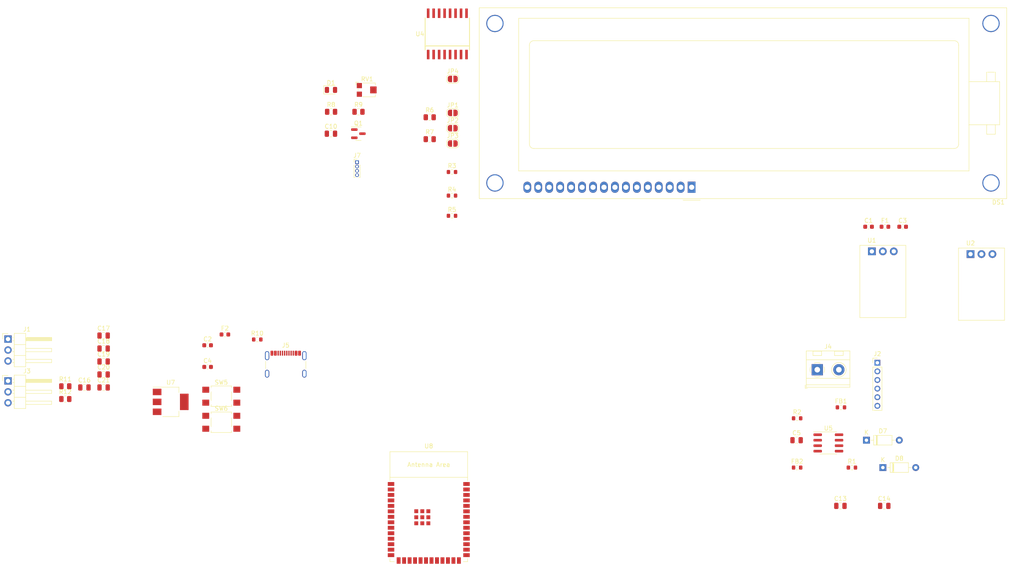
<source format=kicad_pcb>
(kicad_pcb (version 20221018) (generator pcbnew)
  (layers (0 "F.Cu" signal) (31 "B.Cu" signal) (34 "B.Paste" user) (35 "F.Paste" user) (36 "B.SilkS" user "B.Silkscreen") (37 "F.SilkS" user "F.Silkscreen") (38 "B.Mask" user) (39 "F.Mask" user) (44 "Edge.Cuts" user))
  (net 0 "")
  (net 1 "GND")
  (net 2 "V_ALL+")
  (net 3 "+3.3V")
  (net 4 "+5V")
  (net 5 "Net-(U5-T+)")
  (net 6 "Net-(U5-T-)")
  (net 7 "+3V3")
  (net 8 "Net-(U8-EN)")
  (net 9 "Net-(U8-GPIO0)")
  (net 10 "Net-(D1-A)")
  (net 11 "TC_sck")
  (net 12 "Net-(D7-A)")
  (net 13 "TC_cs")
  (net 14 "Net-(D8-A)")
  (net 15 "Net-(DS1-LEDK)")
  (net 16 "Net-(DS1-LEDA)")
  (net 17 "Net-(DS1-Vo)")
  (net 18 "Net-(DS1-RS)")
  (net 19 "Net-(DS1-R{slash}~{W})")
  (net 20 "Net-(DS1-E)")
  (net 25 "Net-(DS1-DB4)")
  (net 26 "Net-(DS1-DB5)")
  (net 27 "Net-(DS1-DB6)")
  (net 28 "Net-(DS1-DB7)")
  (net 29 "Net-(U1-OUT)")
  (net 30 "Net-(U2-OUT)")
  (net 31 "Net-(J4-Pin_1)")
  (net 32 "Net-(J4-Pin_2)")
  (net 33 "RELAY_COIL")
  (net 34 "TC_so")
  (net 36 "RELAY_FAN")
  (net 37 "Net-(J5-CC1)")
  (net 38 "Net-(J5-CC2)")
  (net 39 "LCD_scl")
  (net 40 "LCD_sda")
  (net 41 "Net-(JP1-B)")
  (net 42 "Net-(JP2-B)")
  (net 43 "Net-(JP3-B)")
  (net 44 "Net-(Q1-B)")
  (net 45 "/D+")
  (net 46 "/D-")
  (footprint "Resistor_SMD:R_0805_2012Metric" (layer "F.Cu") (at 145.1375 48.26)
    (fp_text reference "R7" (at 0 -1.65) (layer "F.SilkS"))
    (fp_text value "4.7k")
    (pad "1" smd roundrect (at -0.9125 0) (size 1.025 1.4) (layers "F.Cu" "F.Paste" "F.Mask") (roundrect_rratio 0.243902) (net 4 "+5V"))
    (pad "2" smd roundrect (at 0.9125 0) (size 1.025 1.4) (layers "F.Cu" "F.Paste" "F.Mask") (roundrect_rratio 0.243902) (net 40 "LCD_sda"))
  )
  (footprint "Resistor_SMD:R_0603_1608Metric" (layer "F.Cu") (at 240.475 110.49)
    (fp_text reference "FB1" (at 0 -1.43) (layer "F.SilkS"))
    (fp_text value "FerriteBead_Small")
    (pad "1" smd roundrect (at -0.825 0) (size 0.8 0.95) (layers "F.Cu" "F.Paste" "F.Mask") (net 31 "Net-(J4-Pin_1)"))
    (pad "2" smd roundrect (at 0.825 0) (size 0.8 0.95) (layers "F.Cu" "F.Paste" "F.Mask") (net 6 "Net-(U5-T-)"))
  )
  (footprint "ESP32-S2-SOLO-U-N4R2:ESP32-S2-SOLO" (layer "F.Cu") (at 144.92 136.53)
    (fp_text reference "U8" (at 0 -17.05) (layer "F.SilkS"))
    (fp_text value "ESP32-S2-SOLO")
    (fp_text user "Antenna Area" (at 0 -12.75) (layer "F.SilkS"))
    (pad "1" smd rect (at -8.75 -8.26) (size 1.5 0.9) (layers "F.Cu" "F.Paste" "F.Mask") (net 1 "GND"))
    (pad "2" smd rect (at -8.75 -6.99) (size 1.5 0.9) (layers "F.Cu" "F.Paste" "F.Mask") (net 3 "+3.3V"))
    (pad "3" smd rect (at -8.75 -5.72) (size 1.5 0.9) (layers "F.Cu" "F.Paste" "F.Mask") (net 8 "Net-(U8-EN)"))
    (pad "4" smd rect (at -8.75 -4.45) (size 1.5 0.9) (layers "F.Cu" "F.Paste" "F.Mask"))
    (pad "5" smd rect (at -8.75 -3.18) (size 1.5 0.9) (layers "F.Cu" "F.Paste" "F.Mask"))
    (pad "6" smd rect (at -8.75 -1.91) (size 1.5 0.9) (layers "F.Cu" "F.Paste" "F.Mask"))
    (pad "7" smd rect (at -8.75 -0.64) (size 1.5 0.9) (layers "F.Cu" "F.Paste" "F.Mask"))
    (pad "8" smd rect (at -8.75 0.63) (size 1.5 0.9) (layers "F.Cu" "F.Paste" "F.Mask"))
    (pad "9" smd rect (at -8.75 1.9) (size 1.5 0.9) (layers "F.Cu" "F.Paste" "F.Mask"))
    (pad "10" smd rect (at -8.75 3.17) (size 1.5 0.9) (layers "F.Cu" "F.Paste" "F.Mask") (net 13 "TC_cs"))
    (pad "11" smd rect (at -8.75 4.44) (size 1.5 0.9) (layers "F.Cu" "F.Paste" "F.Mask"))
    (pad "12" smd rect (at -8.75 5.71) (size 1.5 0.9) (layers "F.Cu" "F.Paste" "F.Mask") (net 40 "LCD_sda"))
    (pad "13" smd rect (at -8.75 6.98) (size 1.5 0.9) (layers "F.Cu" "F.Paste" "F.Mask") (net 46 "/D-"))
    (pad "14" smd rect (at -8.75 8.25) (size 1.5 0.9) (layers "F.Cu" "F.Paste" "F.Mask") (net 45 "/D+"))
    (pad "15" smd rect (at -6.985 9.5 90) (size 1.5 0.9) (layers "F.Cu" "F.Paste" "F.Mask"))
    (pad "16" smd rect (at -5.715 9.5 90) (size 1.5 0.9) (layers "F.Cu" "F.Paste" "F.Mask"))
    (pad "17" smd rect (at -4.445 9.5 90) (size 1.5 0.9) (layers "F.Cu" "F.Paste" "F.Mask") (net 39 "LCD_scl"))
    (pad "18" smd rect (at -3.175 9.5 90) (size 1.5 0.9) (layers "F.Cu" "F.Paste" "F.Mask"))
    (pad "19" smd rect (at -1.905 9.5 90) (size 1.5 0.9) (layers "F.Cu" "F.Paste" "F.Mask"))
    (pad "20" smd rect (at -0.635 9.5 90) (size 1.5 0.9) (layers "F.Cu" "F.Paste" "F.Mask") (net 11 "TC_sck"))
    (pad "21" smd rect (at 0.635 9.5 90) (size 1.5 0.9) (layers "F.Cu" "F.Paste" "F.Mask") (net 34 "TC_so"))
    (pad "22" smd rect (at 1.905 9.5 90) (size 1.5 0.9) (layers "F.Cu" "F.Paste" "F.Mask"))
    (pad "23" smd rect (at 3.175 9.5 90) (size 1.5 0.9) (layers "F.Cu" "F.Paste" "F.Mask"))
    (pad "24" smd rect (at 4.445 9.5 90) (size 1.5 0.9) (layers "F.Cu" "F.Paste" "F.Mask"))
    (pad "25" smd rect (at 5.715 9.5 90) (size 1.5 0.9) (layers "F.Cu" "F.Paste" "F.Mask"))
    (pad "26" smd rect (at 6.985 9.5 90) (size 1.5 0.9) (layers "F.Cu" "F.Paste" "F.Mask"))
    (pad "27" smd rect (at 8.75 8.25 180) (size 1.5 0.9) (layers "F.Cu" "F.Paste" "F.Mask") (net 9 "Net-(U8-GPIO0)"))
    (pad "28" smd rect (at 8.75 6.98 180) (size 1.5 0.9) (layers "F.Cu" "F.Paste" "F.Mask"))
    (pad "29" smd rect (at 8.75 5.71 180) (size 1.5 0.9) (layers "F.Cu" "F.Paste" "F.Mask"))
    (pad "30" smd rect (at 8.75 4.44 180) (size 1.5 0.9) (layers "F.Cu" "F.Paste" "F.Mask"))
    (pad "31" smd rect (at 8.75 3.17 180) (size 1.5 0.9) (layers "F.Cu" "F.Paste" "F.Mask"))
    (pad "32" smd rect (at 8.75 1.9 180) (size 1.5 0.9) (layers "F.Cu" "F.Paste" "F.Mask"))
    (pad "33" smd rect (at 8.75 0.63 180) (size 1.5 0.9) (layers "F.Cu" "F.Paste" "F.Mask"))
    (pad "34" smd rect (at 8.75 -0.64 180) (size 1.5 0.9) (layers "F.Cu" "F.Paste" "F.Mask"))
    (pad "35" smd rect (at 8.75 -1.91 180) (size 1.5 0.9) (layers "F.Cu" "F.Paste" "F.Mask"))
    (pad "36" smd rect (at 8.75 -3.18 180) (size 1.5 0.9) (layers "F.Cu" "F.Paste" "F.Mask"))
    (pad "37" smd rect (at 8.75 -4.45 180) (size 1.5 0.9) (layers "F.Cu" "F.Paste" "F.Mask"))
    (pad "38" smd rect (at 8.75 -5.72 180) (size 1.5 0.9) (layers "F.Cu" "F.Paste" "F.Mask") (net 33 "RELAY_COIL"))
    (pad "39" smd rect (at 8.75 -6.99 180) (size 1.5 0.9) (layers "F.Cu" "F.Paste" "F.Mask") (net 36 "RELAY_FAN"))
    (pad "40" smd rect (at 8.75 -8.26 180) (size 1.5 0.9) (layers "F.Cu" "F.Paste" "F.Mask") (net 1 "GND"))
    (pad "41" smd rect (at -2.9 -1.94 180) (size 0.9 0.9) (layers "F.Cu" "F.Paste" "F.Mask") (net 1 "GND"))
    (pad "41" smd rect (at -2.9 -0.54 180) (size 0.9 0.9) (layers "F.Cu" "F.Paste" "F.Mask") (net 1 "GND"))
    (pad "41" smd rect (at -2.9 0.86 180) (size 0.9 0.9) (layers "F.Cu" "F.Paste" "F.Mask") (net 1 "GND"))
    (pad "41" smd rect (at -1.5 -1.94 180) (size 0.9 0.9) (layers "F.Cu" "F.Paste" "F.Mask") (net 1 "GND"))
    (pad "41" smd rect (at -1.5 -0.54 180) (size 0.9 0.9) (layers "F.Cu" "F.Paste" "F.Mask") (net 1 "GND"))
    (pad "41" smd rect (at -1.5 0.86 180) (size 0.9 0.9) (layers "F.Cu" "F.Paste" "F.Mask") (net 1 "GND"))
    (pad "41" smd rect (at -0.1 -1.94 180) (size 0.9 0.9) (layers "F.Cu" "F.Paste" "F.Mask") (net 1 "GND"))
    (pad "41" smd rect (at -0.1 -0.54 180) (size 0.9 0.9) (layers "F.Cu" "F.Paste" "F.Mask") (net 1 "GND"))
    (pad "41" smd rect (at -0.1 0.86 180) (size 0.9 0.9) (layers "F.Cu" "F.Paste" "F.Mask") (net 1 "GND"))
  )
  (footprint "Capacitor_SMD:C_0805_2012Metric" (layer "F.Cu") (at 69.54 96.84)
    (fp_text reference "C18" (at 0 -1.68) (layer "F.SilkS"))
    (fp_text value ".1uF")
    (pad "1" smd roundrect (at -0.95 0) (size 1 1.45) (layers "F.Cu" "F.Paste" "F.Mask") (net 1 "GND"))
    (pad "2" smd roundrect (at 0.95 0) (size 1 1.45) (layers "F.Cu" "F.Paste" "F.Mask") (net 8 "Net-(U8-EN)"))
  )
  (footprint "Button_Switch_SMD:SW_SPST_TL3305A" (layer "F.Cu") (at 96.82 107.9)
    (fp_text reference "SW5" (at 0 -3.2) (layer "F.SilkS"))
    (fp_text value "Reset")
    (pad "1" smd rect (at -3.6 -1.5) (size 1.6 1.4) (layers "F.Cu" "F.Paste" "F.Mask") (net 1 "GND"))
    (pad "1" smd rect (at 3.6 -1.5) (size 1.6 1.4) (layers "F.Cu" "F.Paste" "F.Mask") (net 1 "GND"))
    (pad "2" smd rect (at -3.6 1.5) (size 1.6 1.4) (layers "F.Cu" "F.Paste" "F.Mask") (net 8 "Net-(U8-EN)"))
    (pad "2" smd rect (at 3.6 1.5) (size 1.6 1.4) (layers "F.Cu" "F.Paste" "F.Mask") (net 8 "Net-(U8-EN)"))
  )
  (footprint "Capacitor_SMD:C_0805_2012Metric" (layer "F.Cu") (at 65.09 105.87)
    (fp_text reference "C16" (at 0 -1.68) (layer "F.SilkS"))
    (fp_text value "0.1uF")
    (pad "1" smd roundrect (at -0.95 0) (size 1 1.45) (layers "F.Cu" "F.Paste" "F.Mask") (net 4 "+5V"))
    (pad "2" smd roundrect (at 0.95 0) (size 1 1.45) (layers "F.Cu" "F.Paste" "F.Mask") (net 1 "GND"))
  )
  (footprint "Connector_PinHeader_1.00mm:PinHeader_1x04_P1.00mm_Vertical" (layer "F.Cu") (at 128.2925 53.61)
    (fp_text reference "J7" (at 0 -1.56) (layer "F.SilkS"))
    (fp_text value "Conn_01x04")
    (pad "1" thru_hole rect (at 0 0) (size 0.85 0.85) (drill 0.5) (layers "*.Cu" "*.Mask") (net 39 "LCD_scl"))
    (pad "2" thru_hole oval (at 0 1) (size 0.85 0.85) (drill 0.5) (layers "*.Cu" "*.Mask") (net 40 "LCD_sda"))
    (pad "3" thru_hole oval (at 0 2) (size 0.85 0.85) (drill 0.5) (layers "*.Cu" "*.Mask") (net 4 "+5V"))
    (pad "4" thru_hole oval (at 0 3) (size 0.85 0.85) (drill 0.5) (layers "*.Cu" "*.Mask") (net 1 "GND"))
  )
  (footprint "Resistor_SMD:R_0603_1608Metric" (layer "F.Cu") (at 150.305 66.04)
    (fp_text reference "R5" (at 0 -1.43) (layer "F.SilkS"))
    (fp_text value "10k")
    (pad "1" smd roundrect (at -0.825 0) (size 0.8 0.95) (layers "F.Cu" "F.Paste" "F.Mask") (net 4 "+5V"))
    (pad "2" smd roundrect (at 0.825 0) (size 0.8 0.95) (layers "F.Cu" "F.Paste" "F.Mask") (net 43 "Net-(JP3-B)"))
  )
  (footprint "Jumper:SolderJumper-2_P1.3mm_Open_RoundedPad1.0x1.5mm" (layer "F.Cu") (at 150.48 45.72)
    (fp_text reference "JP2" (at 0 -1.8) (layer "F.SilkS"))
    (fp_text value "A1")
    (pad "1" smd custom (at -0.65 0) (size 1 0.5) (layers "F.Cu" "F.Mask") (net 1 "GND") (options (clearance outline) (anchor rect)) (primitives (gr_circle (center 0 0.25) (end 0.5 0.25) (width 0) (fill yes)) (gr_circle (center 0 -0.25) (end 0.5 -0.25) (width 0) (fill yes)) (gr_poly (pts (xy 0.5 0.75) (xy 0 0.75) (xy 0 -0.75) (xy 0.5 -0.75)) (width 0) (fill yes))))
    (pad "2" smd custom (at 0.65 0) (size 1 0.5) (layers "F.Cu" "F.Mask") (net 42 "Net-(JP2-B)") (options (clearance outline) (anchor rect)) (primitives (gr_circle (center 0 0.25) (end 0.5 0.25) (width 0) (fill yes)) (gr_circle (center 0 -0.25) (end 0.5 -0.25) (width 0) (fill yes)) (gr_poly (pts (xy 0 0.75) (xy -0.5 0.75) (xy -0.5 -0.75) (xy 0 -0.75)) (width 0) (fill yes))))
  )
  (footprint "Resistor_SMD:R_0603_1608Metric" (layer "F.Cu") (at 150.305 61.36)
    (fp_text reference "R4" (at 0 -1.43) (layer "F.SilkS"))
    (fp_text value "10k")
    (pad "1" smd roundrect (at -0.825 0) (size 0.8 0.95) (layers "F.Cu" "F.Paste" "F.Mask") (net 4 "+5V"))
    (pad "2" smd roundrect (at 0.825 0) (size 0.8 0.95) (layers "F.Cu" "F.Paste" "F.Mask") (net 42 "Net-(JP2-B)"))
  )
  (footprint "Resistor_SMD:R_0603_1608Metric" (layer "F.Cu") (at 230.315 113.03)
    (fp_text reference "R2" (at 0 -1.43) (layer "F.SilkS"))
    (fp_text value "10k")
    (pad "1" smd roundrect (at -0.825 0) (size 0.8 0.95) (layers "F.Cu" "F.Paste" "F.Mask") (net 7 "+3V3"))
    (pad "2" smd roundrect (at 0.825 0) (size 0.8 0.95) (layers "F.Cu" "F.Paste" "F.Mask") (net 12 "Net-(D7-A)"))
  )
  (footprint "Package_SO:SOIC-8_3.9x4.9mm_P1.27mm" (layer "F.Cu") (at 237.555 118.745)
    (fp_text reference "U5" (at 0 -3.4) (layer "F.SilkS"))
    (fp_text value "MAX31855KASA")
    (pad "1" smd roundrect (at -2.475 -1.905) (size 1.95 0.6) (layers "F.Cu" "F.Paste" "F.Mask") (net 1 "GND"))
    (pad "2" smd roundrect (at -2.475 -0.635) (size 1.95 0.6) (layers "F.Cu" "F.Paste" "F.Mask") (net 6 "Net-(U5-T-)"))
    (pad "3" smd roundrect (at -2.475 0.635) (size 1.95 0.6) (layers "F.Cu" "F.Paste" "F.Mask") (net 5 "Net-(U5-T+)"))
    (pad "4" smd roundrect (at -2.475 1.905) (size 1.95 0.6) (layers "F.Cu" "F.Paste" "F.Mask") (net 7 "+3V3"))
    (pad "5" smd roundrect (at 2.475 1.905) (size 1.95 0.6) (layers "F.Cu" "F.Paste" "F.Mask") (net 12 "Net-(D7-A)"))
    (pad "6" smd roundrect (at 2.475 0.635) (size 1.95 0.6) (layers "F.Cu" "F.Paste" "F.Mask") (net 14 "Net-(D8-A)"))
    (pad "7" smd roundrect (at 2.475 -0.635) (size 1.95 0.6) (layers "F.Cu" "F.Paste" "F.Mask") (net 34 "TC_so"))
    (pad "8" smd roundrect (at 2.475 -1.905) (size 1.95 0.6) (layers "F.Cu" "F.Paste" "F.Mask"))
  )
  (footprint "TerminalBlock_MetzConnect:TerminalBlock_MetzConnect_Type094_RT03502HBLU_1x02_P5.00mm_Horizontal" (layer "F.Cu") (at 234.99 101.755)
    (fp_text reference "J4" (at 2.5 -5.36) (layer "F.SilkS"))
    (fp_text value "Screw_Terminal_01x02")
    (pad "1" thru_hole rect (at 0 0) (size 2.6 2.6) (drill 1.3) (layers "*.Cu" "*.Mask") (net 31 "Net-(J4-Pin_1)"))
    (pad "2" thru_hole circle (at 5 0) (size 2.6 2.6) (drill 1.3) (layers "*.Cu" "*.Mask") (net 32 "Net-(J4-Pin_2)"))
  )
  (footprint "Display:HY1602E" (layer "F.Cu") (at 205.85938 59.42076 180)
    (fp_text reference "DS1" (at -71.12 -3.48) (layer "F.SilkS"))
    (fp_text value "HY1602E")
    (pad "" thru_hole circle (at -69.40042 1.00076) (size 4 4) (drill 3.5) (layers "*.Cu" "*.Mask"))
    (pad "" thru_hole circle (at -69.40042 38.00094) (size 4 4) (drill 3.5) (layers "*.Cu" "*.Mask"))
    (pad "" thru_hole circle (at 45.60062 1.00076) (size 4 4) (drill 3.5) (layers "*.Cu" "*.Mask"))
    (pad "" thru_hole circle (at 45.60062 38.00094) (size 4 4) (drill 3.5) (layers "*.Cu" "*.Mask"))
    (pad "1" thru_hole rect (at 0 0) (size 1.8 2.6) (drill 1.2) (layers "*.Cu" "*.Mask") (net 15 "Net-(DS1-LEDK)"))
    (pad "2" thru_hole oval (at 2.54 0) (size 1.8 2.6) (drill 1.2) (layers "*.Cu" "*.Mask") (net 16 "Net-(DS1-LEDA)"))
    (pad "3" thru_hole oval (at 5.08 0) (size 1.8 2.6) (drill 1.2) (layers "*.Cu" "*.Mask") (net 1 "GND"))
    (pad "4" thru_hole oval (at 7.62 0) (size 1.8 2.6) (drill 1.2) (layers "*.Cu" "*.Mask") (net 4 "+5V"))
    (pad "5" thru_hole oval (at 10.16 0) (size 1.8 2.6) (drill 1.2) (layers "*.Cu" "*.Mask") (net 17 "Net-(DS1-Vo)"))
    (pad "6" thru_hole oval (at 12.7 0) (size 1.8 2.6) (drill 1.2) (layers "*.Cu" "*.Mask") (net 18 "Net-(DS1-RS)"))
    (pad "7" thru_hole oval (at 15.24 0) (size 1.8 2.6) (drill 1.2) (layers "*.Cu" "*.Mask") (net 19 "Net-(DS1-R{slash}~{W})"))
    (pad "8" thru_hole oval (at 17.78 0) (size 1.8 2.6) (drill 1.2) (layers "*.Cu" "*.Mask") (net 20 "Net-(DS1-E)"))
    (pad "9" thru_hole oval (at 20.32 0) (size 1.8 2.6) (drill 1.2) (layers "*.Cu" "*.Mask"))
    (pad "10" thru_hole oval (at 22.86 0) (size 1.8 2.6) (drill 1.2) (layers "*.Cu" "*.Mask"))
    (pad "11" thru_hole oval (at 25.4 0) (size 1.8 2.6) (drill 1.2) (layers "*.Cu" "*.Mask"))
    (pad "12" thru_hole oval (at 27.94 0) (size 1.8 2.6) (drill 1.2) (layers "*.Cu" "*.Mask"))
    (pad "13" thru_hole oval (at 30.48 0) (size 1.8 2.6) (drill 1.2) (layers "*.Cu" "*.Mask") (net 25 "Net-(DS1-DB4)"))
    (pad "14" thru_hole oval (at 33.02 0) (size 1.8 2.6) (drill 1.2) (layers "*.Cu" "*.Mask") (net 26 "Net-(DS1-DB5)"))
    (pad "15" thru_hole oval (at 35.56 0) (size 1.8 2.6) (drill 1.2) (layers "*.Cu" "*.Mask") (net 27 "Net-(DS1-DB6)"))
    (pad "16" thru_hole oval (at 38.1 0) (size 1.8 2.6) (drill 1.2) (layers "*.Cu" "*.Mask") (net 28 "Net-(DS1-DB7)"))
  )
  (footprint "Capacitor_SMD:C_0805_2012Metric" (layer "F.Cu") (at 240.35 133.35)
    (fp_text reference "C13" (at 0 -1.68) (layer "F.SilkS"))
    (fp_text value "10 uF")
    (pad "1" smd roundrect (at -0.95 0) (size 1 1.45) (layers "F.Cu" "F.Paste" "F.Mask") (net 7 "+3V3"))
    (pad "2" smd roundrect (at 0.95 0) (size 1 1.45) (layers "F.Cu" "F.Paste" "F.Mask") (net 1 "GND"))
  )
  (footprint "PCF8574:SOIC16R" (layer "F.Cu") (at 149.225 23.85)
    (fp_text reference "U4" (at -6.35 0 180) (layer "F.SilkS"))
    (fp_text value "PCF8574")
    (pad "1" smd rect (at -4.445 4.775) (size 0.6 2.2) (layers "F.Cu" "F.Paste" "F.Mask") (net 41 "Net-(JP1-B)"))
    (pad "2" smd rect (at -3.175 4.775) (size 0.6 2.2) (layers "F.Cu" "F.Paste" "F.Mask") (net 42 "Net-(JP2-B)"))
    (pad "3" smd rect (at -1.905 4.775) (size 0.6 2.2) (layers "F.Cu" "F.Paste" "F.Mask") (net 43 "Net-(JP3-B)"))
    (pad "4" smd rect (at -0.635 4.775) (size 0.6 2.2) (layers "F.Cu" "F.Paste" "F.Mask") (net 18 "Net-(DS1-RS)"))
    (pad "5" smd rect (at 0.635 4.775) (size 0.6 2.2) (layers "F.Cu" "F.Paste" "F.Mask") (net 19 "Net-(DS1-R{slash}~{W})"))
    (pad "6" smd rect (at 1.905 4.775) (size 0.6 2.2) (layers "F.Cu" "F.Paste" "F.Mask") (net 20 "Net-(DS1-E)"))
    (pad "7" smd rect (at 3.175 4.775) (size 0.6 2.2) (layers "F.Cu" "F.Paste" "F.Mask") (net 44 "Net-(Q1-B)"))
    (pad "8" smd rect (at 4.445 4.775) (size 0.6 2.2) (layers "F.Cu" "F.Paste" "F.Mask") (net 1 "GND"))
    (pad "9" smd rect (at 4.445 -4.8) (size 0.6 2.2) (layers "F.Cu" "F.Paste" "F.Mask") (net 25 "Net-(DS1-DB4)"))
    (pad "10" smd rect (at 3.175 -4.8) (size 0.6 2.2) (layers "F.Cu" "F.Paste" "F.Mask") (net 26 "Net-(DS1-DB5)"))
    (pad "11" smd rect (at 1.905 -4.8) (size 0.6 2.2) (layers "F.Cu" "F.Paste" "F.Mask") (net 27 "Net-(DS1-DB6)"))
    (pad "12" smd rect (at 0.635 -4.8) (size 0.6 2.2) (layers "F.Cu" "F.Paste" "F.Mask") (net 28 "Net-(DS1-DB7)"))
    (pad "13" smd rect (at -0.635 -4.8) (size 0.6 2.2) (layers "F.Cu" "F.Paste" "F.Mask"))
    (pad "14" smd rect (at -1.905 -4.8) (size 0.6 2.2) (layers "F.Cu" "F.Paste" "F.Mask") (net 39 "LCD_scl"))
    (pad "15" smd rect (at -3.175 -4.8) (size 0.6 2.2) (layers "F.Cu" "F.Paste" "F.Mask") (net 40 "LCD_sda"))
    (pad "16" smd rect (at -4.445 -4.8) (size 0.6 2.2) (layers "F.Cu" "F.Paste" "F.Mask") (net 4 "+5V"))
  )
  (footprint "Resistor_SMD:R_0603_1608Metric" (layer "F.Cu") (at 243.015 124.46)
    (fp_text reference "R1" (at 0 -1.43) (layer "F.SilkS"))
    (fp_text value "10k")
    (pad "1" smd roundrect (at -0.825 0) (size 0.8 0.95) (layers "F.Cu" "F.Paste" "F.Mask") (net 14 "Net-(D8-A)"))
    (pad "2" smd roundrect (at 0.825 0) (size 0.8 0.95) (layers "F.Cu" "F.Paste" "F.Mask") (net 7 "+3V3"))
  )
  (footprint "Jumper:SolderJumper-2_P1.3mm_Open_RoundedPad1.0x1.5mm" (layer "F.Cu") (at 150.48 42.17)
    (fp_text reference "JP1" (at 0 -1.8) (layer "F.SilkS"))
    (fp_text value "A0")
    (pad "1" smd custom (at -0.65 0) (size 1 0.5) (layers "F.Cu" "F.Mask") (net 1 "GND") (options (clearance outline) (anchor rect)) (primitives (gr_circle (center 0 0.25) (end 0.5 0.25) (width 0) (fill yes)) (gr_circle (center 0 -0.25) (end 0.5 -0.25) (width 0) (fill yes)) (gr_poly (pts (xy 0.5 0.75) (xy 0 0.75) (xy 0 -0.75) (xy 0.5 -0.75)) (width 0) (fill yes))))
    (pad "2" smd custom (at 0.65 0) (size 1 0.5) (layers "F.Cu" "F.Mask") (net 41 "Net-(JP1-B)") (options (clearance outline) (anchor rect)) (primitives (gr_circle (center 0 0.25) (end 0.5 0.25) (width 0) (fill yes)) (gr_circle (center 0 -0.25) (end 0.5 -0.25) (width 0) (fill yes)) (gr_poly (pts (xy 0 0.75) (xy -0.5 0.75) (xy -0.5 -0.75) (xy 0 -0.75)) (width 0) (fill yes))))
  )
  (footprint "Resistor_SMD:R_0603_1608Metric" (layer "F.Cu") (at 230.315 124.46)
    (fp_text reference "FB2" (at 0 -1.43) (layer "F.SilkS"))
    (fp_text value "FerriteBead_Small")
    (pad "1" smd roundrect (at -0.825 0) (size 0.8 0.95) (layers "F.Cu" "F.Paste" "F.Mask") (net 5 "Net-(U5-T+)"))
    (pad "2" smd roundrect (at 0.825 0) (size 0.8 0.95) (layers "F.Cu" "F.Paste" "F.Mask") (net 32 "Net-(J4-Pin_2)"))
  )
  (footprint "Jumper:SolderJumper-2_P1.3mm_Open_RoundedPad1.0x1.5mm" (layer "F.Cu") (at 150.48 49.27)
    (fp_text reference "JP3" (at 0 -1.8) (layer "F.SilkS"))
    (fp_text value "A2")
    (pad "1" smd custom (at -0.65 0) (size 1 0.5) (layers "F.Cu" "F.Mask") (net 1 "GND") (options (clearance outline) (anchor rect)) (primitives (gr_circle (center 0 0.25) (end 0.5 0.25) (width 0) (fill yes)) (gr_circle (center 0 -0.25) (end 0.5 -0.25) (width 0) (fill yes)) (gr_poly (pts (xy 0.5 0.75) (xy 0 0.75) (xy 0 -0.75) (xy 0.5 -0.75)) (width 0) (fill yes))))
    (pad "2" smd custom (at 0.65 0) (size 1 0.5) (layers "F.Cu" "F.Mask") (net 43 "Net-(JP3-B)") (options (clearance outline) (anchor rect)) (primitives (gr_circle (center 0 0.25) (end 0.5 0.25) (width 0) (fill yes)) (gr_circle (center 0 -0.25) (end 0.5 -0.25) (width 0) (fill yes)) (gr_poly (pts (xy 0 0.75) (xy -0.5 0.75) (xy -0.5 -0.75) (xy 0 -0.75)) (width 0) (fill yes))))
  )
  (footprint "Resistor_SMD:R_0603_1608Metric" (layer "F.Cu") (at 150.305 55.88)
    (fp_text reference "R3" (at 0 -1.43) (layer "F.SilkS"))
    (fp_text value "10k")
    (pad "1" smd roundrect (at -0.825 0) (size 0.8 0.95) (layers "F.Cu" "F.Paste" "F.Mask") (net 4 "+5V"))
    (pad "2" smd roundrect (at 0.825 0) (size 0.8 0.95) (layers "F.Cu" "F.Paste" "F.Mask") (net 41 "Net-(JP1-B)"))
  )
  (footprint "Jumper:SolderJumper-2_P1.3mm_Open_RoundedPad1.0x1.5mm" (layer "F.Cu") (at 150.48 34.29)
    (fp_text reference "JP4" (at 0 -1.8) (layer "F.SilkS"))
    (fp_text value "Jumper_2_Open")
    (pad "1" smd custom (at -0.65 0) (size 1 0.5) (layers "F.Cu" "F.Mask") (net 16 "Net-(DS1-LEDA)") (options (clearance outline) (anchor rect)) (primitives (gr_circle (center 0 0.25) (end 0.5 0.25) (width 0) (fill yes)) (gr_circle (center 0 -0.25) (end 0.5 -0.25) (width 0) (fill yes)) (gr_poly (pts (xy 0.5 0.75) (xy 0 0.75) (xy 0 -0.75) (xy 0.5 -0.75)) (width 0) (fill yes))))
    (pad "2" smd custom (at 0.65 0) (size 1 0.5) (layers "F.Cu" "F.Mask") (net 4 "+5V") (options (clearance outline) (anchor rect)) (primitives (gr_circle (center 0 0.25) (end 0.5 0.25) (width 0) (fill yes)) (gr_circle (center 0 -0.25) (end 0.5 -0.25) (width 0) (fill yes)) (gr_poly (pts (xy 0 0.75) (xy -0.5 0.75) (xy -0.5 -0.75) (xy 0 -0.75)) (width 0) (fill yes))))
  )
  (footprint "Capacitor_SMD:C_0603_1608Metric" (layer "F.Cu") (at 254.775 68.58)
    (fp_text reference "C3" (at 0 -1.43) (layer "F.SilkS"))
    (fp_text value "22uF")
    (pad "1" smd roundrect (at -0.775 0) (size 0.9 0.95) (layers "F.Cu" "F.Paste" "F.Mask") (net 1 "GND"))
    (pad "2" smd roundrect (at 0.775 0) (size 0.9 0.95) (layers "F.Cu" "F.Paste" "F.Mask") (net 3 "+3.3V"))
  )
  (footprint "Capacitor_SMD:C_0805_2012Metric" (layer "F.Cu") (at 69.54 102.86)
    (fp_text reference "C20" (at 0 -1.68) (layer "F.SilkS"))
    (fp_text value ".1uF")
    (pad "1" smd roundrect (at -0.95 0) (size 1 1.45) (layers "F.Cu" "F.Paste" "F.Mask") (net 1 "GND"))
    (pad "2" smd roundrect (at 0.95 0) (size 1 1.45) (layers "F.Cu" "F.Paste" "F.Mask") (net 3 "+3.3V"))
  )
  (footprint "Package_TO_SOT_SMD:SOT-23" (layer "F.Cu") (at 128.6025 46.99)
    (fp_text reference "Q1" (at 0 -2.4) (layer "F.SilkS"))
    (fp_text value "BC850")
    (pad "1" smd roundrect (at -0.9375 -0.95) (size 1.475 0.6) (layers "F.Cu" "F.Paste" "F.Mask") (net 44 "Net-(Q1-B)"))
    (pad "2" smd roundrect (at -0.9375 0.95) (size 1.475 0.6) (layers "F.Cu" "F.Paste" "F.Mask") (net 1 "GND"))
    (pad "3" smd roundrect (at 0.9375 0) (size 1.475 0.6) (layers "F.Cu" "F.Paste" "F.Mask") (net 15 "Net-(DS1-LEDK)"))
  )
  (footprint "Capacitor_SMD:C_0805_2012Metric" (layer "F.Cu") (at 69.54 99.85)
    (fp_text reference "C19" (at 0 -1.68) (layer "F.SilkS"))
    (fp_text value "1uF")
    (pad "1" smd roundrect (at -0.95 0) (size 1 1.45) (layers "F.Cu" "F.Paste" "F.Mask") (net 1 "GND"))
    (pad "2" smd roundrect (at 0.95 0) (size 1 1.45) (layers "F.Cu" "F.Paste" "F.Mask") (net 3 "+3.3V"))
  )
  (footprint "Fuse:Fuse_0603_1608Metric" (layer "F.Cu") (at 250.6725 68.58)
    (fp_text reference "F1" (at 0 -1.43) (layer "F.SilkS"))
    (fp_text value "500mA Fuse")
    (pad "1" smd roundrect (at -0.7875 0) (size 0.875 0.95) (layers "F.Cu" "F.Paste" "F.Mask") (net 29 "Net-(U1-OUT)"))
    (pad "2" smd roundrect (at 0.7875 0) (size 0.875 0.95) (layers "F.Cu" "F.Paste" "F.Mask") (net 3 "+3.3V"))
  )
  (footprint "Connector_PinHeader_2.54mm:PinHeader_1x03_P2.54mm_Horizontal" (layer "F.Cu") (at 47.38 94.65)
    (fp_text reference "J1" (at 4.385 -2.27) (layer "F.SilkS"))
    (fp_text value "Conn_01x03_Pin")
    (pad "1" thru_hole rect (at 0 0) (size 1.7 1.7) (drill 1) (layers "*.Cu" "*.Mask") (net 3 "+3.3V"))
    (pad "2" thru_hole oval (at 0 2.54) (size 1.7 1.7) (drill 1) (layers "*.Cu" "*.Mask") (net 33 "RELAY_COIL"))
    (pad "3" thru_hole oval (at 0 5.08) (size 1.7 1.7) (drill 1) (layers "*.Cu" "*.Mask") (net 1 "GND"))
  )
  (footprint "Connector_PinHeader_2.54mm:PinHeader_1x03_P2.54mm_Horizontal" (layer "F.Cu") (at 47.38 104.35)
    (fp_text reference "J3" (at 4.385 -2.27) (layer "F.SilkS"))
    (fp_text value "Conn_01x03_Pin")
    (pad "1" thru_hole rect (at 0 0) (size 1.7 1.7) (drill 1) (layers "*.Cu" "*.Mask") (net 3 "+3.3V"))
    (pad "2" thru_hole oval (at 0 2.54) (size 1.7 1.7) (drill 1) (layers "*.Cu" "*.Mask") (net 36 "RELAY_FAN"))
    (pad "3" thru_hole oval (at 0 5.08) (size 1.7 1.7) (drill 1) (layers "*.Cu" "*.Mask") (net 1 "GND"))
  )
  (footprint "Capacitor_SMD:C_0805_2012Metric" (layer "F.Cu") (at 250.51 133.35)
    (fp_text reference "C14" (at 0 -1.68) (layer "F.SilkS"))
    (fp_text value "10 uF")
    (pad "1" smd roundrect (at -0.95 0) (size 1 1.45) (layers "F.Cu" "F.Paste" "F.Mask") (net 7 "+3V3"))
    (pad "2" smd roundrect (at 0.95 0) (size 1 1.45) (layers "F.Cu" "F.Paste" "F.Mask") (net 1 "GND"))
  )
  (footprint "Capacitor_SMD:C_0603_1608Metric" (layer "F.Cu") (at 246.875 68.58)
    (fp_text reference "C1" (at 0 -1.43) (layer "F.SilkS"))
    (fp_text value "10uF")
    (pad "1" smd roundrect (at -0.775 0) (size 0.9 0.95) (layers "F.Cu" "F.Paste" "F.Mask") (net 1 "GND"))
    (pad "2" smd roundrect (at 0.775 0) (size 0.9 0.95) (layers "F.Cu" "F.Paste" "F.Mask") (net 2 "V_ALL+"))
  )
  (footprint "Resistor_SMD:R_0805_2012Metric" (layer "F.Cu") (at 60.66 108.55)
    (fp_text reference "R12" (at 0 -1.65) (layer "F.SilkS"))
    (fp_text value "5.1 k")
    (pad "1" smd roundrect (at -0.9125 0) (size 1.025 1.4) (layers "F.Cu" "F.Paste" "F.Mask") (roundrect_rratio 0.243902) (net 1 "GND"))
    (pad "2" smd roundrect (at 0.9125 0) (size 1.025 1.4) (layers "F.Cu" "F.Paste" "F.Mask") (roundrect_rratio 0.243902) (net 38 "Net-(J5-CC2)"))
  )
  (footprint "Converter_DCDC:Converter_DCDC_Murata_OKI-78SR_Horizontal" (layer "F.Cu") (at 247.64 74.3)
    (fp_text reference "U1" (at 0 -2.54 180) (layer "F.SilkS"))
    (fp_text value "OKI-78SR-3.3_1.5-W36H-C")
    (pad "1" thru_hole rect (at 0 0 180) (size 1.8 1.8) (drill 1) (layers "*.Cu" "*.Mask") (net 2 "V_ALL+"))
    (pad "2" thru_hole circle (at 2.54 0 180) (size 1.8 1.8) (drill 1) (layers "*.Cu" "*.Mask") (net 1 "GND"))
    (pad "3" thru_hole circle (at 5.08 0 180) (size 1.8 1.8) (drill 1) (layers "*.Cu" "*.Mask") (net 29 "Net-(U1-OUT)"))
  )
  (footprint "LED_SMD:LED_0805_2012Metric" (layer "F.Cu") (at 122.2525 36.83)
    (fp_text reference "D1" (at 0 -1.65) (layer "F.SilkS"))
    (fp_text value "LED")
    (pad "1" smd roundrect (at -0.9375 0) (size 0.975 1.4) (layers "F.Cu" "F.Paste" "F.Mask") (net 1 "GND"))
    (pad "2" smd roundrect (at 0.9375 0) (size 0.975 1.4) (layers "F.Cu" "F.Paste" "F.Mask") (net 10 "Net-(D1-A)"))
  )
  (footprint "Converter_DCDC:Converter_DCDC_Murata_OKI-78SR_Horizontal" (layer "F.Cu") (at 270.51 74.93)
    (fp_text reference "U2" (at 0 -2.54 180) (layer "F.SilkS"))
    (fp_text value "OKI-78SR-5_1.5-W36-C")
    (pad "1" thru_hole rect (at 0 0 180) (size 1.8 1.8) (drill 1) (layers "*.Cu" "*.Mask") (net 2 "V_ALL+"))
    (pad "2" thru_hole circle (at 2.54 0 180) (size 1.8 1.8) (drill 1) (layers "*.Cu" "*.Mask") (net 1 "GND"))
    (pad "3" thru_hole circle (at 5.08 0 180) (size 1.8 1.8) (drill 1) (layers "*.Cu" "*.Mask") (net 30 "Net-(U2-OUT)"))
  )
  (footprint "Capacitor_SMD:C_0603_1608Metric" (layer "F.Cu") (at 93.65 101.11)
    (fp_text reference "C4" (at 0 -1.43) (layer "F.SilkS"))
    (fp_text value "22uF")
    (pad "1" smd roundrect (at -0.775 0) (size 0.9 0.95) (layers "F.Cu" "F.Paste" "F.Mask") (net 1 "GND"))
    (pad "2" smd roundrect (at 0.775 0) (size 0.9 0.95) (layers "F.Cu" "F.Paste" "F.Mask") (net 4 "+5V"))
  )
  (footprint "Resistor_SMD:R_0805_2012Metric" (layer "F.Cu") (at 60.66 105.6)
    (fp_text reference "R11" (at 0 -1.65) (layer "F.SilkS"))
    (fp_text value "5.1 k")
    (pad "1" smd roundrect (at -0.9125 0) (size 1.025 1.4) (layers "F.Cu" "F.Paste" "F.Mask") (roundrect_rratio 0.243902) (net 37 "Net-(J5-CC1)"))
    (pad "2" smd roundrect (at 0.9125 0) (size 1.025 1.4) (layers "F.Cu" "F.Paste" "F.Mask") (roundrect_rratio 0.243902) (net 1 "GND"))
  )
  (footprint "Resistor_SMD:R_0805_2012Metric" (layer "F.Cu") (at 122.2775 41.91)
    (fp_text reference "R8" (at 0 -1.65) (layer "F.SilkS"))
    (fp_text value "1k")
    (pad "1" smd roundrect (at -0.9125 0) (size 1.025 1.4) (layers "F.Cu" "F.Paste" "F.Mask") (roundrect_rratio 0.243902) (net 10 "Net-(D1-A)"))
    (pad "2" smd roundrect (at 0.9125 0) (size 1.025 1.4) (layers "F.Cu" "F.Paste" "F.Mask") (roundrect_rratio 0.243902) (net 4 "+5V"))
  )
  (footprint "Resistor_SMD:R_0805_2012Metric" (layer "F.Cu") (at 128.6275 41.91)
    (fp_text reference "R9" (at 0 -1.65) (layer "F.SilkS"))
    (fp_text value "4.7k")
    (pad "1" smd roundrect (at -0.9125 0) (size 1.025 1.4) (layers "F.Cu" "F.Paste" "F.Mask") (roundrect_rratio 0.243902) (net 4 "+5V"))
    (pad "2" smd roundrect (at 0.9125 0) (size 1.025 1.4) (layers "F.Cu" "F.Paste" "F.Mask") (roundrect_rratio 0.243902) (net 44 "Net-(Q1-B)"))
  )
  (footprint "Package_TO_SOT_SMD:SOT-223-3_TabPin2" (layer "F.Cu") (at 85.09 109.22)
    (fp_text reference "U7" (at 0 -4.5) (layer "F.SilkS"))
    (fp_text value "LD1117S33TR_SOT223")
    (pad "1" smd rect (at -3.15 -2.3) (size 2 1.5) (layers "F.Cu" "F.Paste" "F.Mask") (net 1 "GND"))
    (pad "2" smd rect (at -3.15 0) (size 2 1.5) (layers "F.Cu" "F.Paste" "F.Mask") (net 3 "+3.3V"))
    (pad "2" smd rect (at 3.15 0) (size 2 3.8) (layers "F.Cu" "F.Paste" "F.Mask") (net 3 "+3.3V"))
    (pad "3" smd rect (at -3.15 2.3) (size 2 1.5) (layers "F.Cu" "F.Paste" "F.Mask") (net 4 "+5V"))
  )
  (footprint "Capacitor_SMD:C_0805_2012Metric" (layer "F.Cu") (at 69.54 93.83)
    (fp_text reference "C17" (at 0 -1.68) (layer "F.SilkS"))
    (fp_text value "10uF")
    (pad "1" smd roundrect (at -0.95 0) (size 1 1.45) (layers "F.Cu" "F.Paste" "F.Mask") (net 3 "+3.3V"))
    (pad "2" smd roundrect (at 0.95 0) (size 1 1.45) (layers "F.Cu" "F.Paste" "F.Mask") (net 1 "GND"))
  )
  (footprint "Capacitor_SMD:C_0805_2012Metric" (layer "F.Cu") (at 230.19 118.11)
    (fp_text reference "C5" (at 0 -1.68) (layer "F.SilkS"))
    (fp_text value "0.01 uF")
    (pad "1" smd roundrect (at -0.95 0) (size 1 1.45) (layers "F.Cu" "F.Paste" "F.Mask") (net 5 "Net-(U5-T+)"))
    (pad "2" smd roundrect (at 0.95 0) (size 1 1.45) (layers "F.Cu" "F.Paste" "F.Mask") (net 6 "Net-(U5-T-)"))
  )
  (footprint "Capacitor_SMD:C_0603_1608Metric" (layer "F.Cu") (at 93.65 96.09)
    (fp_text reference "C2" (at 0 -1.43) (layer "F.SilkS"))
    (fp_text value "10uF")
    (pad "1" smd roundrect (at -0.775 0) (size 0.9 0.95) (layers "F.Cu" "F.Paste" "F.Mask") (net 1 "GND"))
    (pad "2" smd roundrect (at 0.775 0) (size 0.9 0.95) (layers "F.Cu" "F.Paste" "F.Mask") (net 2 "V_ALL+"))
  )
  (footprint "Diode_THT:D_DO-35_SOD27_P7.62mm_Horizontal" (layer "F.Cu") (at 246.38 118.11)
    (fp_text reference "D7" (at 3.81 -2.12) (layer "F.SilkS"))
    (fp_text value "1N4148")
    (fp_text user "K" (at 0 -1.8) (layer "F.SilkS"))
    (pad "1" thru_hole rect (at 0 0) (size 1.6 1.6) (drill 0.8) (layers "*.Cu" "*.Mask") (net 11 "TC_sck"))
    (pad "2" thru_hole oval (at 7.62 0) (size 1.6 1.6) (drill 0.8) (layers "*.Cu" "*.Mask") (net 12 "Net-(D7-A)"))
  )
  (footprint "Connector_PinHeader_2.00mm:PinHeader_1x06_P2.00mm_Vertical" (layer "F.Cu") (at 248.92 100.14)
    (fp_text reference "J2" (at 0 -2.06) (layer "F.SilkS"))
    (fp_text value "Conn_01x06")
    (pad "1" thru_hole rect (at 0 0) (size 1.35 1.35) (drill 0.8) (layers "*.Cu" "*.Mask") (net 11 "TC_sck"))
    (pad "2" thru_hole oval (at 0 2) (size 1.35 1.35) (drill 0.8) (layers "*.Cu" "*.Mask") (net 34 "TC_so"))
    (pad "3" thru_hole oval (at 0 4) (size 1.35 1.35) (drill 0.8) (layers "*.Cu" "*.Mask") (net 13 "TC_cs"))
    (pad "4" thru_hole oval (at 0 6) (size 1.35 1.35) (drill 0.8) (layers "*.Cu" "*.Mask") (net 1 "GND"))
    (pad "5" thru_hole oval (at 0 8) (size 1.35 1.35) (drill 0.8) (layers "*.Cu" "*.Mask") (net 7 "+3V3"))
    (pad "6" thru_hole oval (at 0 10) (size 1.35 1.35) (drill 0.8) (layers "*.Cu" "*.Mask"))
  )
  (footprint "Fuse:Fuse_0603_1608Metric" (layer "F.Cu") (at 97.66 93.58)
    (fp_text reference "F2" (at 0 -1.43) (layer "F.SilkS"))
    (fp_text value "500mA Fuse")
    (pad "1" smd roundrect (at -0.7875 0) (size 0.875 0.95) (layers "F.Cu" "F.Paste" "F.Mask") (net 30 "Net-(U2-OUT)"))
    (pad "2" smd roundrect (at 0.7875 0) (size 0.875 0.95) (layers "F.Cu" "F.Paste" "F.Mask") (net 4 "+5V"))
  )
  (footprint "Connector_USB:USB_C_Receptacle_GCT_USB4105-xx-A_16P_TopMnt_Horizontal" (layer "F.Cu") (at 111.76 101.6)
    (fp_text reference "J5" (at 0 -5.5 unlocked) (layer "F.SilkS"))
    (fp_text value "USB_C_Receptacle_USB2.0_16P")
    (pad "" np_thru_hole circle (at -2.89 -2.605) (size 0.65 0.65) (drill 0.65) (layers "F&B.Cu" "*.Mask"))
    (pad "" np_thru_hole circle (at 2.89 -2.605) (size 0.65 0.65) (drill 0.65) (layers "F&B.Cu" "*.Mask"))
    (pad "A1" smd roundrect (at -3.2 -3.68) (size 0.6 1.15) (layers "F.Cu" "F.Paste" "F.Mask") (net 1 "GND"))
    (pad "A4" smd roundrect (at -2.4 -3.68) (size 0.6 1.15) (layers "F.Cu" "F.Paste" "F.Mask") (net 4 "+5V"))
    (pad "A5" smd roundrect (at -1.25 -3.68) (size 0.3 1.15) (layers "F.Cu" "F.Paste" "F.Mask") (net 37 "Net-(J5-CC1)"))
    (pad "A6" smd roundrect (at -0.25 -3.68) (size 0.3 1.15) (layers "F.Cu" "F.Paste" "F.Mask") (net 45 "/D+"))
    (pad "A7" smd roundrect (at 0.25 -3.68) (size 0.3 1.15) (layers "F.Cu" "F.Paste" "F.Mask") (net 46 "/D-"))
    (pad "A8" smd roundrect (at 1.25 -3.68) (size 0.3 1.15) (layers "F.Cu" "F.Paste" "F.Mask"))
    (pad "A9" smd roundrect (at 2.4 -3.68) (size 0.6 1.15) (layers "F.Cu" "F.Paste" "F.Mask") (net 4 "+5V"))
    (pad "A12" smd roundrect (at 3.2 -3.68) (size 0.6 1.15) (layers "F.Cu" "F.Paste" "F.Mask") (net 1 "GND"))
    (pad "B1" smd roundrect (at 3.2 -3.68) (size 0.6 1.15) (layers "F.Cu" "F.Paste" "F.Mask") (net 1 "GND"))
    (pad "B4" smd roundrect (at 2.4 -3.68) (size 0.6 1.15) (layers "F.Cu" "F.Paste" "F.Mask") (net 4 "+5V"))
    (pad "B5" smd roundrect (at 1.75 -3.68) (size 0.3 1.15) (layers "F.Cu" "F.Paste" "F.Mask") (net 38 "Net-(J5-CC2)"))
    (pad "B6" smd roundrect (at 0.75 -3.68) (size 0.3 1.15) (layers "F.Cu" "F.Paste" "F.Mask") (net 45 "/D+"))
    (pad "B7" smd roundrect (at -0.75 -3.68) (size 0.3 1.15) (layers "F.Cu" "F.Paste" "F.Mask") (net 46 "/D-"))
    (pad "B8" smd roundrect (at -1.75 -3.68) (size 0.3 1.15) (layers "F.Cu" "F.Paste" "F.Mask"))
    (pad "B9" smd roundrect (at -2.4 -3.68) (size 0.6 1.15) (layers "F.Cu" "F.Paste" "F.Mask") (net 4 "+5V"))
    (pad "B12" smd roundrect (at -3.2 -3.68) (size 0.6 1.15) (layers "F.Cu" "F.Paste" "F.Mask") (net 1 "GND"))
    (pad "S1" thru_hole oval (at -4.32 -3.105) (size 1 2.1) (drill oval 0.6 1.7) (layers "*.Cu" "*.Mask" "F.Paste") (net 1 "GND"))
    (pad "S1" thru_hole oval (at -4.32 1.075) (size 1 1.8) (drill oval 0.6 1.4) (layers "*.Cu" "*.Mask" "F.Paste") (net 1 "GND"))
    (pad "S1" thru_hole oval (at 4.32 -3.105) (size 1 2.1) (drill oval 0.6 1.7) (layers "*.Cu" "*.Mask" "F.Paste") (net 1 "GND"))
    (pad "S1" thru_hole oval (at 4.32 1.075) (size 1 1.8) (drill oval 0.6 1.4) (layers "*.Cu" "*.Mask" "F.Paste") (net 1 "GND"))
  )
  (footprint "Capacitor_SMD:C_0805_2012Metric" (layer "F.Cu") (at 122.24 46.99)
    (fp_text reference "C10" (at 0 -1.68) (layer "F.SilkS"))
    (fp_text value "0.1uF")
    (pad "1" smd roundrect (at -0.95 0) (size 1 1.45) (layers "F.Cu" "F.Paste" "F.Mask") (net 4 "+5V"))
    (pad "2" smd roundrect (at 0.95 0) (size 1 1.45) (layers "F.Cu" "F.Paste" "F.Mask") (net 1 "GND"))
  )
  (footprint "Resistor_SMD:R_0603_1608Metric" (layer "F.Cu") (at 105.1625 94.74)
    (fp_text reference "R10" (at 0 -1.43) (layer "F.SilkS"))
    (fp_text value "10k")
    (pad "1" smd roundrect (at -0.825 0) (size 0.8 0.95) (layers "F.Cu" "F.Paste" "F.Mask") (net 3 "+3.3V"))
    (pad "2" smd roundrect (at 0.825 0) (size 0.8 0.95) (layers "F.Cu" "F.Paste" "F.Mask") (net 8 "Net-(U8-EN)"))
  )
  (footprint "Potentiometer_SMD:Potentiometer_Bourns_TC33X_Vertical" (layer "F.Cu") (at 130.63 36.83)
    (fp_text reference "RV1" (at 0 -2.5) (layer "F.SilkS"))
    (fp_text value "potentiometer")
    (pad "1" smd rect (at -1.8 -1) (size 1.2 1.2) (layers "F.Cu" "F.Paste" "F.Mask") (net 4 "+5V"))
    (pad "2" smd rect (at 1.45 0) (size 1.5 1.6) (layers "F.Cu" "F.Paste" "F.Mask") (net 17 "Net-(DS1-Vo)"))
    (pad "3" smd rect (at -1.8 1) (size 1.2 1.2) (layers "F.Cu" "F.Paste" "F.Mask") (net 1 "GND"))
  )
  (footprint "Resistor_SMD:R_0805_2012Metric" (layer "F.Cu") (at 145.1375 43.18)
    (fp_text reference "R6" (at 0 -1.65) (layer "F.SilkS"))
    (fp_text value "4.7k")
    (pad "1" smd roundrect (at -0.9125 0) (size 1.025 1.4) (layers "F.Cu" "F.Paste" "F.Mask") (roundrect_rratio 0.243902) (net 4 "+5V"))
    (pad "2" smd roundrect (at 0.9125 0) (size 1.025 1.4) (layers "F.Cu" "F.Paste" "F.Mask") (roundrect_rratio 0.243902) (net 39 "LCD_scl"))
  )
  (footprint "Diode_THT:D_DO-35_SOD27_P7.62mm_Horizontal" (layer "F.Cu") (at 250.19 124.46)
    (fp_text reference "D8" (at 3.81 -2.12) (layer "F.SilkS"))
    (fp_text value "1N4148")
    (fp_text user "K" (at 0 -1.8) (layer "F.SilkS"))
    (pad "1" thru_hole rect (at 0 0) (size 1.6 1.6) (drill 0.8) (layers "*.Cu" "*.Mask") (net 13 "TC_cs"))
    (pad "2" thru_hole oval (at 7.62 0) (size 1.6 1.6) (drill 0.8) (layers "*.Cu" "*.Mask") (net 14 "Net-(D8-A)"))
  )
  (footprint "Capacitor_SMD:C_0805_2012Metric" (layer "F.Cu") (at 69.54 105.87)
    (fp_text reference "C21" (at 0 -1.68) (layer "F.SilkS"))
    (fp_text value ".1uF")
    (pad "1" smd roundrect (at -0.95 0) (size 1 1.45) (layers "F.Cu" "F.Paste" "F.Mask") (net 9 "Net-(U8-GPIO0)"))
    (pad "2" smd roundrect (at 0.95 0) (size 1 1.45) (layers "F.Cu" "F.Paste" "F.Mask") (net 1 "GND"))
  )
  (footprint "Button_Switch_SMD:SW_SPST_TL3305A" (layer "F.Cu") (at 96.82 113.95)
    (fp_text reference "SW6" (at 0 -3.2) (layer "F.SilkS"))
    (fp_text value "Boot")
    (pad "1" smd rect (at -3.6 -1.5) (size 1.6 1.4) (layers "F.Cu" "F.Paste" "F.Mask") (net 9 "Net-(U8-GPIO0)"))
    (pad "1" smd rect (at 3.6 -1.5) (size 1.6 1.4) (layers "F.Cu" "F.Paste" "F.Mask") (net 9 "Net-(U8-GPIO0)"))
    (pad "2" smd rect (at -3.6 1.5) (size 1.6 1.4) (layers "F.Cu" "F.Paste" "F.Mask") (net 1 "GND"))
    (pad "2" smd rect (at 3.6 1.5) (size 1.6 1.4) (layers "F.Cu" "F.Paste" "F.Mask") (net 1 "GND"))
  )
)
</source>
